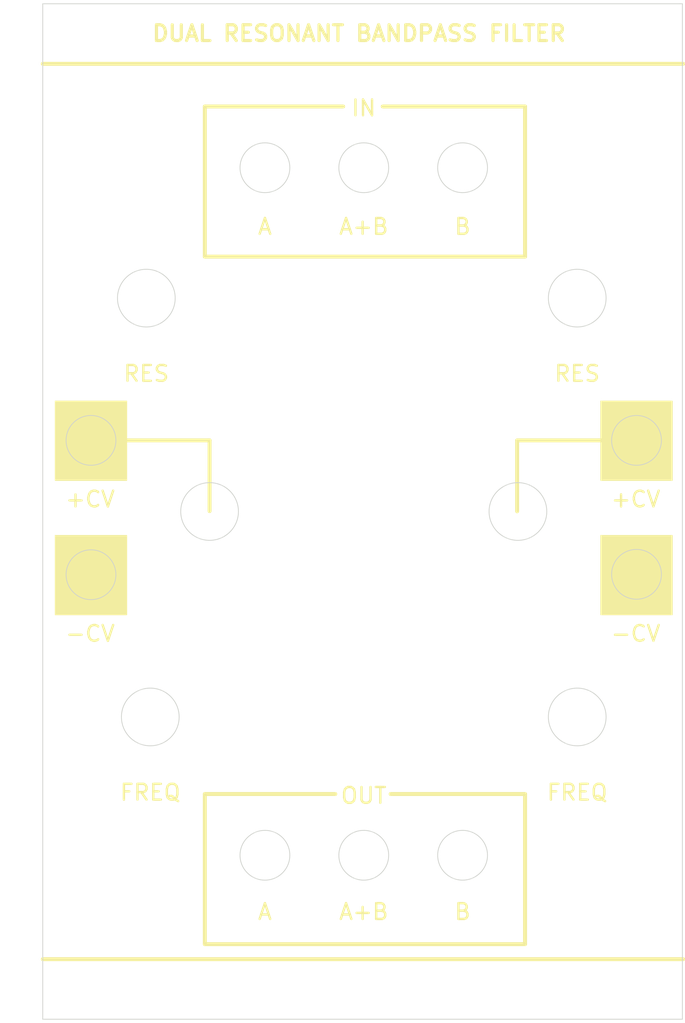
<source format=kicad_pcb>
(kicad_pcb (version 20211014) (generator pcbnew)
  (layers (0 "F.Cu" signal) (31 "B.Cu" signal) (34 "B.Paste" user) (35 "F.Paste" user) (36 "B.SilkS" user "B.Silkscreen") (37 "F.SilkS" user "F.Silkscreen") (38 "B.Mask" user) (39 "F.Mask" user) (44 "Edge.Cuts" user))
  (net 0 "")
  (footprint "MountingHole:MountingHole_3.2mm_M3" (layer "F.Cu") (at 5.08 125.5)
    (fp_text reference "REF**" hide)
    (fp_text value "MountingHole_3.2mm_M3" hide)
    (pad "" np_thru_hole oval locked (at 0 0) (size 7 3.2) (drill oval 7 3.2) (layers F&B.Cu *.Mask))
  )
  (footprint "MountingHole:MountingHole_3.2mm_M3" (layer "F.Cu") (at 75.82 125.5)
    (fp_text reference "REF**" hide)
    (fp_text value "MountingHole_3.2mm_M3" hide)
    (pad "" np_thru_hole oval locked (at 0 0) (size 7 3.2) (drill oval 7 3.2) (layers F&B.Cu *.Mask))
  )
  (footprint "MountingHole:MountingHole_3.2mm_M3" (layer "F.Cu") (at 75.82 3)
    (fp_text reference "REF**" hide)
    (fp_text value "MountingHole_3.2mm_M3" hide)
    (pad "" np_thru_hole oval locked (at 0 0) (size 7 3.2) (drill oval 7 3.2) (layers F&B.Cu *.Mask))
  )
  (footprint "MountingHole:MountingHole_3.2mm_M3" (layer "F.Cu") (at 5.08 3)
    (fp_text reference "REF**" hide)
    (fp_text value "MountingHole_3.2mm_M3" hide)
    (pad "" np_thru_hole oval locked (at 0 0) (size 7 3.2) (drill oval 7 3.2) (layers F&B.Cu *.Mask))
  )
  (gr_line (start 0 120.9) (end 81 120.9) (layer "F.SilkS") (width 0.5))
  (gr_line (start 60 55.275) (end 60 64.225) (layer "F.SilkS") (width 0.5))
  (gr_rect (start 1.6 67.3) (end 10.6 77.3) (layer "F.SilkS") (width 0.15) (fill solid))
  (gr_rect (start 70.6 50.3) (end 79.6 60.3) (layer "F.SilkS") (width 0.15) (fill solid))
  (gr_rect (start 70.6 67.3) (end 79.6 77.3) (layer "F.SilkS") (width 0.15) (fill solid))
  (gr_line (start 20.5 13) (end 20.5 32) (layer "F.SilkS") (width 0.5))
  (gr_line (start 38 13) (end 20.5 13) (layer "F.SilkS") (width 0.5))
  (gr_line (start 0 7.6) (end 81 7.6) (layer "F.SilkS") (width 0.5))
  (gr_line (start 20.5 119) (end 61 119) (layer "F.SilkS") (width 0.5))
  (gr_rect (start 1.6 50.3) (end 10.6 60.3) (layer "F.SilkS") (width 0.15) (fill solid))
  (gr_line (start 61 13) (end 43 13) (layer "F.SilkS") (width 0.5))
  (gr_line (start 61 32) (end 61 13) (layer "F.SilkS") (width 0.5))
  (gr_line (start 37 100) (end 20.5 100) (layer "F.SilkS") (width 0.5))
  (gr_line (start 21.1 55.25) (end 21.1 64.2) (layer "F.SilkS") (width 0.5))
  (gr_line (start 6.1 55.25) (end 21.1 55.25) (layer "F.SilkS") (width 0.5))
  (gr_line (start 60 55.25) (end 75 55.25) (layer "F.SilkS") (width 0.5))
  (gr_line (start 61 100) (end 44 100) (layer "F.SilkS") (width 0.5))
  (gr_line (start 20.5 100) (end 20.5 119) (layer "F.SilkS") (width 0.5))
  (gr_line (start 61 119) (end 61 100) (layer "F.SilkS") (width 0.5))
  (gr_line (start 20.5 32) (end 61 32) (layer "F.SilkS") (width 0.5))
  (gr_circle (center 67.6 37.25) (end 71.25 37.25) (layer "Edge.Cuts") (width 0.1) (fill none))
  (gr_circle (center 28.1 20.75) (end 31.25 20.75) (layer "Edge.Cuts") (width 0.1) (fill none))
  (gr_circle (center 21.1 64.25) (end 24.75 64.25) (layer "Edge.Cuts") (width 0.1) (fill none))
  (gr_line (start 80.9 0) (end 80.9 128.5) (layer "Edge.Cuts") (width 0.1))
  (gr_circle (center 28.1 107.75) (end 31.25 107.75) (layer "Edge.Cuts") (width 0.1) (fill none))
  (gr_line (start 0 128.5) (end 0 0) (layer "Edge.Cuts") (width 0.1))
  (gr_circle (center 53.1 107.75) (end 56.25 107.75) (layer "Edge.Cuts") (width 0.1) (fill none))
  (gr_circle (center 40.6 107.75) (end 43.75 107.75) (layer "Edge.Cuts") (width 0.1) (fill none))
  (gr_circle (center 67.6 90.25) (end 71.25 90.25) (layer "Edge.Cuts") (width 0.1) (fill none))
  (gr_circle (center 6.1 72.25) (end 9.25 72.25) (layer "Edge.Cuts") (width 0.1) (fill none))
  (gr_line (start 0 0) (end 80.9 0) (layer "Edge.Cuts") (width 0.1))
  (gr_circle (center 13.6 90.25) (end 17.25 90.25) (layer "Edge.Cuts") (width 0.1) (fill none))
  (gr_circle (center 53.1 20.75) (end 56.25 20.75) (layer "Edge.Cuts") (width 0.1) (fill none))
  (gr_circle (center 13.1 37.25) (end 16.75 37.25) (layer "Edge.Cuts") (width 0.1) (fill none))
  (gr_circle (center 40.6 20.75) (end 43.75 20.75) (layer "Edge.Cuts") (width 0.1) (fill none))
  (gr_circle (center 60.1 64.25) (end 63.75 64.25) (layer "Edge.Cuts") (width 0.1) (fill none))
  (gr_line (start 80.9 128.5) (end 0 128.5) (layer "Edge.Cuts") (width 0.1))
  (gr_circle (center 6.1 55.25) (end 9.25 55.25) (layer "Edge.Cuts") (width 0.1) (fill none))
  (gr_circle (center 75.1 72.2) (end 78.25 72.2) (layer "Edge.Cuts") (width 0.1) (fill none))
  (gr_circle (center 75.1 55.25) (end 78.25 55.25) (layer "Edge.Cuts") (width 0.1) (fill none))
  (gr_text "FREQ" (at 67.6 99.8) (layer "F.SilkS") (effects (font (size 2 2) (thickness 0.3))))
  (gr_text "B" (at 53.1 114.9) (layer "F.SilkS") (effects (font (size 2 2) (thickness 0.3))))
  (gr_text "+CV" (at 6 62.7) (layer "F.SilkS") (effects (font (size 2 2) (thickness 0.3))))
  (gr_text "A" (at 28.1 114.9) (layer "F.SilkS") (effects (font (size 2 2) (thickness 0.3))))
  (gr_text "A" (at 28.1 28.2) (layer "F.SilkS") (effects (font (size 2 2) (thickness 0.3))))
  (gr_text "IN" (at 40.6 13.2) (layer "F.SilkS") (effects (font (size 2 2) (thickness 0.3))))
  (gr_text "B" (at 53.1 28.2) (layer "F.SilkS") (effects (font (size 2 2) (thickness 0.3))))
  (gr_text "FREQ" (at 13.6 99.8) (layer "F.SilkS") (effects (font (size 2 2) (thickness 0.3))))
  (gr_text "-CV" (at 6 79.7) (layer "F.SilkS") (effects (font (size 2 2) (thickness 0.3))))
  (gr_text "+CV" (at 75 62.7) (layer "F.SilkS") (effects (font (size 2 2) (thickness 0.3))))
  (gr_text "DUAL RESONANT BANDPASS FILTER" (at 40 3.75) (layer "F.SilkS") (effects (font (size 2 2) (thickness 0.4))))
  (gr_text "A+B" (at 40.6 28.2) (layer "F.SilkS") (effects (font (size 2 2) (thickness 0.3))))
  (gr_text "RES" (at 67.6 46.8) (layer "F.SilkS") (effects (font (size 2 2) (thickness 0.3))))
  (gr_text "-CV" (at 75 79.7) (layer "F.SilkS") (effects (font (size 2 2) (thickness 0.3))))
  (gr_text "OUT" (at 40.6 100.2) (layer "F.SilkS") (effects (font (size 2 2) (thickness 0.3))))
  (gr_text "RES" (at 13.1 46.8) (layer "F.SilkS") (effects (font (size 2 2) (thickness 0.3))))
  (gr_text "A+B" (at 40.6 114.9) (layer "F.SilkS") (effects (font (size 2 2) (thickness 0.3))))
)
</source>
